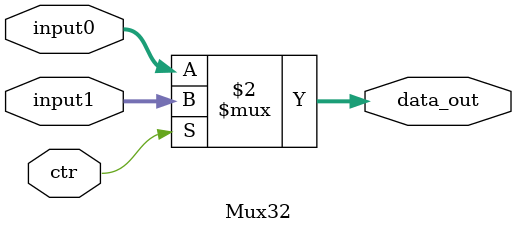
<source format=v>
`timescale 1ns / 1ps 


module Mux32(
           input [31: 0] input1,
           input [31: 0] input0,
           input ctr,
           output reg [31: 0] data_out
       );

always @(input1 or input0
             or ctr) begin
    data_out = ctr ? input1 : input0;
end

endmodule

</source>
